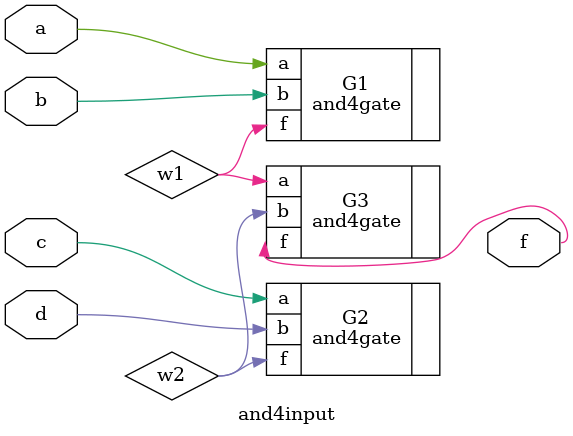
<source format=sv>

module and4input(
  input logic a,
  input logic b,
  input logic c,
  input logic d,
  output logic f    );
  
  logic w1,w2;
  
  and4gate G1(.f(w1), .a(a), .b(b));
  and4gate G2(.f(w2), .a(c), .b(d));
  and4gate G3(.f(f), .a(w1), .b(w2));
  
endmodule

</source>
